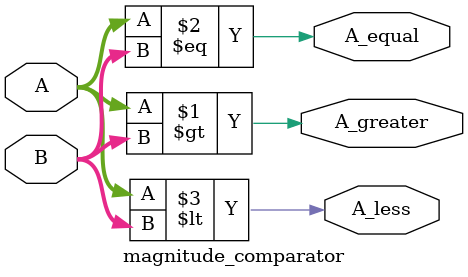
<source format=v>
`timescale 1ns / 1ps


module magnitude_comparator(A, B, A_greater, A_equal, A_less);
  parameter N = 4;

  input  [N-1:0] A, B;
  output         A_greater, A_equal, A_less;

  assign A_greater = (A > B);
  assign A_equal   = (A == B);
  assign A_less    = (A < B);
endmodule


</source>
